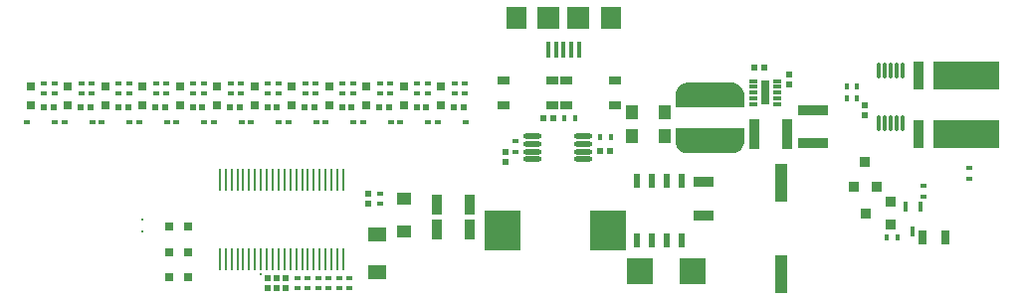
<source format=gtp>
G04 Layer_Color=8421504*
%FSAX25Y25*%
%MOIN*%
G70*
G01*
G75*
%ADD10C,0.01000*%
%ADD11R,0.02165X0.01772*%
%ADD12R,0.01772X0.02165*%
%ADD13R,0.02047X0.01969*%
%ADD14R,0.02756X0.03150*%
%ADD15R,0.01969X0.02047*%
%ADD16R,0.01772X0.03347*%
%ADD17R,0.03200X0.03600*%
%ADD18R,0.03740X0.06693*%
%ADD19R,0.03937X0.02559*%
%ADD20R,0.01969X0.01772*%
%ADD21R,0.03150X0.02756*%
%ADD22R,0.04331X0.04803*%
%ADD23R,0.03600X0.03200*%
%ADD24R,0.10236X0.03740*%
%ADD25R,0.09843X0.03740*%
%ADD26R,0.02205X0.04701*%
%ADD27R,0.06693X0.03543*%
%ADD28R,0.02756X0.05118*%
%ADD29R,0.03504X0.09606*%
%ADD30R,0.22047X0.09606*%
%ADD31R,0.06496X0.04724*%
%ADD32R,0.04803X0.04331*%
%ADD33O,0.00984X0.07480*%
%ADD34R,0.03150X0.08189*%
%ADD35R,0.02756X0.01181*%
%ADD36R,0.09055X0.09055*%
%ADD37R,0.12300X0.13780*%
%ADD38O,0.06299X0.01772*%
%ADD39R,0.03740X0.10236*%
%ADD40R,0.03740X0.09843*%
%ADD41R,0.01400X0.05600*%
%ADD42R,0.07100X0.07500*%
%ADD43R,0.07500X0.07500*%
G04:AMPARAMS|DCode=44|XSize=82.68mil|YSize=228.35mil|CornerRadius=41.34mil|HoleSize=0mil|Usage=FLASHONLY|Rotation=270.000|XOffset=0mil|YOffset=0mil|HoleType=Round|Shape=RoundedRectangle|*
%AMROUNDEDRECTD44*
21,1,0.08268,0.14567,0,0,270.0*
21,1,0.00000,0.22835,0,0,270.0*
1,1,0.08268,-0.07284,0.00000*
1,1,0.08268,-0.07284,0.00000*
1,1,0.08268,0.07284,0.00000*
1,1,0.08268,0.07284,0.00000*
%
%ADD44ROUNDEDRECTD44*%
%ADD45O,0.01181X0.05512*%
%ADD46R,0.03937X0.12598*%
G36*
X0777917Y0590626D02*
X0777917Y0590625D01*
X0777917Y0590238D01*
X0777766Y0589477D01*
X0777469Y0588761D01*
X0777038Y0588116D01*
X0776490Y0587568D01*
X0775845Y0587137D01*
X0775128Y0586840D01*
X0774368Y0586689D01*
X0773980D01*
X0759020Y0586689D01*
X0759020Y0586689D01*
X0758632Y0586689D01*
X0757871Y0586840D01*
X0757155Y0587137D01*
X0756510Y0587568D01*
X0755962Y0588116D01*
X0755531Y0588761D01*
X0755234Y0589478D01*
X0755083Y0590238D01*
X0755083Y0590626D01*
X0755082Y0594957D01*
X0777917D01*
X0777917Y0590626D01*
D02*
G37*
G36*
X0773981Y0610311D02*
X0774368Y0610311D01*
X0775129Y0610160D01*
X0775845Y0609863D01*
X0776490Y0609432D01*
X0777038Y0608884D01*
X0777469Y0608239D01*
X0777766Y0607522D01*
X0777917Y0606762D01*
Y0606374D01*
X0777917Y0606374D01*
X0777917Y0602043D01*
X0755083D01*
X0755083Y0606374D01*
X0755083Y0606762D01*
X0755234Y0607522D01*
X0755531Y0608239D01*
X0755962Y0608883D01*
X0756510Y0609432D01*
X0757155Y0609863D01*
X0757871Y0610160D01*
X0758632Y0610311D01*
X0759020Y0610311D01*
X0759020Y0610311D01*
X0773981Y0610311D01*
D02*
G37*
D10*
X0616110Y0549968D02*
D03*
Y0546032D02*
D03*
X0576500Y0564468D02*
D03*
Y0560532D02*
D03*
D11*
X0838000Y0572228D02*
D03*
Y0575772D02*
D03*
X0853500Y0581772D02*
D03*
Y0578228D02*
D03*
X0701500Y0587228D02*
D03*
Y0590772D02*
D03*
X0631886Y0544944D02*
D03*
Y0541401D02*
D03*
X0628386Y0544944D02*
D03*
Y0541401D02*
D03*
X0635389Y0544944D02*
D03*
Y0541401D02*
D03*
X0656000Y0573272D02*
D03*
Y0569728D02*
D03*
X0645860Y0541401D02*
D03*
Y0544944D02*
D03*
X0642386Y0541401D02*
D03*
Y0544944D02*
D03*
X0638886Y0541401D02*
D03*
Y0544944D02*
D03*
X0684500Y0610272D02*
D03*
Y0606728D02*
D03*
X0672000Y0610272D02*
D03*
Y0606728D02*
D03*
X0659500Y0610272D02*
D03*
Y0606728D02*
D03*
X0647000Y0610272D02*
D03*
Y0606728D02*
D03*
X0634500Y0610272D02*
D03*
Y0606728D02*
D03*
X0622000Y0610272D02*
D03*
Y0606728D02*
D03*
X0609500Y0610272D02*
D03*
Y0606728D02*
D03*
X0597000Y0610272D02*
D03*
Y0606728D02*
D03*
X0584500Y0610272D02*
D03*
Y0606728D02*
D03*
X0572000Y0610272D02*
D03*
Y0606728D02*
D03*
X0559500Y0610272D02*
D03*
Y0606728D02*
D03*
X0547000Y0610272D02*
D03*
Y0606728D02*
D03*
X0543500Y0610272D02*
D03*
Y0606728D02*
D03*
X0556000Y0610272D02*
D03*
Y0606728D02*
D03*
X0568500Y0610272D02*
D03*
Y0606728D02*
D03*
X0581000Y0610272D02*
D03*
Y0606728D02*
D03*
X0593500Y0610272D02*
D03*
Y0606728D02*
D03*
X0606000Y0610272D02*
D03*
Y0606728D02*
D03*
X0618500Y0610272D02*
D03*
Y0606728D02*
D03*
X0631000Y0610272D02*
D03*
Y0606728D02*
D03*
X0643500Y0610272D02*
D03*
Y0606728D02*
D03*
X0656000Y0610272D02*
D03*
Y0606728D02*
D03*
X0668500Y0610272D02*
D03*
Y0606728D02*
D03*
X0681000Y0610272D02*
D03*
Y0606728D02*
D03*
D12*
X0825728Y0558500D02*
D03*
X0829272D02*
D03*
X0815772Y0605000D02*
D03*
X0812228D02*
D03*
X0815772Y0609000D02*
D03*
X0812228D02*
D03*
X0729728Y0592000D02*
D03*
X0733272D02*
D03*
X0717728Y0598500D02*
D03*
X0721272D02*
D03*
D13*
X0698000Y0583886D02*
D03*
Y0587114D02*
D03*
X0818500Y0599386D02*
D03*
Y0602614D02*
D03*
X0621500Y0544614D02*
D03*
Y0541386D02*
D03*
X0624500Y0544614D02*
D03*
Y0541386D02*
D03*
X0652000Y0573114D02*
D03*
Y0569886D02*
D03*
X0618500Y0544614D02*
D03*
Y0541386D02*
D03*
X0793000Y0613114D02*
D03*
Y0609886D02*
D03*
D14*
X0585350Y0562000D02*
D03*
X0591650D02*
D03*
X0585350Y0553500D02*
D03*
X0591650D02*
D03*
X0585350Y0545000D02*
D03*
X0591650D02*
D03*
D15*
X0729886Y0587500D02*
D03*
X0733114D02*
D03*
X0714114Y0598500D02*
D03*
X0710886D02*
D03*
X0784614Y0615500D02*
D03*
X0781386D02*
D03*
X0684039Y0602000D02*
D03*
X0680811D02*
D03*
X0671539D02*
D03*
X0668311D02*
D03*
X0659039D02*
D03*
X0655811D02*
D03*
X0646539D02*
D03*
X0643311D02*
D03*
X0634039D02*
D03*
X0630811D02*
D03*
X0621539D02*
D03*
X0618311D02*
D03*
X0609039D02*
D03*
X0605811D02*
D03*
X0596539D02*
D03*
X0593311D02*
D03*
X0584039D02*
D03*
X0580811D02*
D03*
X0571614D02*
D03*
X0568386D02*
D03*
X0559114D02*
D03*
X0555886D02*
D03*
X0546614D02*
D03*
X0543386D02*
D03*
D16*
X0837059Y0568653D02*
D03*
X0831941D02*
D03*
X0834500Y0560347D02*
D03*
D17*
X0814760Y0575563D02*
D03*
X0822300D02*
D03*
X0818500Y0583900D02*
D03*
D18*
X0674988Y0569500D02*
D03*
X0686012D02*
D03*
X0674988Y0561000D02*
D03*
X0686012D02*
D03*
D19*
X0718429Y0611134D02*
D03*
Y0602866D02*
D03*
X0734571Y0611134D02*
D03*
Y0602866D02*
D03*
X0713571D02*
D03*
Y0611134D02*
D03*
X0697429Y0602866D02*
D03*
Y0611134D02*
D03*
D20*
X0672126Y0597000D02*
D03*
X0662874D02*
D03*
X0659626D02*
D03*
X0650374D02*
D03*
X0647126D02*
D03*
X0637874D02*
D03*
X0634626D02*
D03*
X0625374D02*
D03*
X0622126D02*
D03*
X0612874D02*
D03*
X0609626D02*
D03*
X0600374D02*
D03*
X0597126D02*
D03*
X0587874D02*
D03*
X0584626D02*
D03*
X0575374D02*
D03*
X0572126D02*
D03*
X0562874D02*
D03*
X0559626D02*
D03*
X0550374D02*
D03*
X0547126D02*
D03*
X0537874D02*
D03*
X0684626D02*
D03*
X0675374D02*
D03*
D21*
X0539000Y0602850D02*
D03*
Y0609150D02*
D03*
X0551500Y0602850D02*
D03*
Y0609150D02*
D03*
X0564000Y0602850D02*
D03*
Y0609150D02*
D03*
X0576500Y0602850D02*
D03*
Y0609150D02*
D03*
X0589000Y0602850D02*
D03*
Y0609150D02*
D03*
X0601500Y0602850D02*
D03*
Y0609150D02*
D03*
X0614000Y0602850D02*
D03*
Y0609150D02*
D03*
X0626500Y0602850D02*
D03*
Y0609150D02*
D03*
X0639000Y0602850D02*
D03*
Y0609150D02*
D03*
X0651500Y0602850D02*
D03*
Y0609150D02*
D03*
X0664000Y0602850D02*
D03*
Y0609150D02*
D03*
X0676500Y0602850D02*
D03*
Y0609150D02*
D03*
D22*
X0740488Y0592500D02*
D03*
X0751512D02*
D03*
Y0600500D02*
D03*
X0740488D02*
D03*
D23*
X0826937Y0562760D02*
D03*
Y0570300D02*
D03*
X0818600Y0566500D02*
D03*
D24*
X0801000Y0589988D02*
D03*
D25*
Y0601012D02*
D03*
D26*
X0757000Y0577451D02*
D03*
X0752000D02*
D03*
X0747000D02*
D03*
X0742000D02*
D03*
X0757000Y0557549D02*
D03*
X0752000D02*
D03*
X0747000D02*
D03*
X0742000D02*
D03*
D27*
X0764500Y0577209D02*
D03*
Y0565791D02*
D03*
D28*
X0837760Y0558500D02*
D03*
X0845240D02*
D03*
D29*
X0836224Y0612764D02*
D03*
Y0593236D02*
D03*
D30*
X0852504D02*
D03*
Y0612764D02*
D03*
D31*
X0655000Y0559299D02*
D03*
Y0546701D02*
D03*
D32*
X0664000Y0571512D02*
D03*
Y0560488D02*
D03*
D33*
X0602331Y0551213D02*
D03*
X0604299D02*
D03*
X0606268D02*
D03*
X0608236D02*
D03*
X0610205D02*
D03*
X0612173D02*
D03*
X0614142D02*
D03*
X0616110D02*
D03*
X0618079D02*
D03*
X0620047D02*
D03*
X0622016D02*
D03*
X0623984D02*
D03*
X0625953D02*
D03*
X0627921D02*
D03*
X0629890D02*
D03*
X0631858D02*
D03*
X0633827D02*
D03*
X0635795D02*
D03*
X0637764D02*
D03*
X0639732D02*
D03*
X0641701D02*
D03*
X0643669D02*
D03*
X0602331Y0577787D02*
D03*
X0604299D02*
D03*
X0606268D02*
D03*
X0608236D02*
D03*
X0610205D02*
D03*
X0612173D02*
D03*
X0614142D02*
D03*
X0616110D02*
D03*
X0618079D02*
D03*
X0620047D02*
D03*
X0622016D02*
D03*
X0623984D02*
D03*
X0625953D02*
D03*
X0627921D02*
D03*
X0629890D02*
D03*
X0631858D02*
D03*
X0633827D02*
D03*
X0635795D02*
D03*
X0637764D02*
D03*
X0639732D02*
D03*
X0641701D02*
D03*
X0643669D02*
D03*
D34*
X0785000Y0607000D02*
D03*
D35*
X0788898Y0603063D02*
D03*
X0781102D02*
D03*
Y0605031D02*
D03*
Y0607000D02*
D03*
Y0608968D02*
D03*
Y0610937D02*
D03*
X0788898D02*
D03*
Y0608968D02*
D03*
Y0607000D02*
D03*
Y0605031D02*
D03*
D36*
X0760858Y0547000D02*
D03*
X0743142D02*
D03*
D37*
X0732355Y0560827D02*
D03*
X0697155D02*
D03*
D38*
X0707035Y0592339D02*
D03*
Y0589780D02*
D03*
Y0587220D02*
D03*
Y0584661D02*
D03*
X0723965Y0592339D02*
D03*
Y0589780D02*
D03*
Y0587220D02*
D03*
Y0584661D02*
D03*
D39*
X0792512Y0593000D02*
D03*
D40*
X0781488D02*
D03*
D41*
X0722618Y0621500D02*
D03*
X0712300D02*
D03*
X0720059D02*
D03*
X0717500D02*
D03*
X0714900D02*
D03*
D42*
X0733248Y0632000D02*
D03*
X0701700D02*
D03*
D43*
X0722500D02*
D03*
X0712500D02*
D03*
D44*
X0766500Y0606177D02*
D03*
Y0590823D02*
D03*
D45*
X0830937Y0614358D02*
D03*
X0828969D02*
D03*
X0827000D02*
D03*
X0825031D02*
D03*
X0823063D02*
D03*
X0830937Y0596642D02*
D03*
X0828969D02*
D03*
X0827000D02*
D03*
X0825031D02*
D03*
X0823063D02*
D03*
D46*
X0790500Y0546146D02*
D03*
Y0576854D02*
D03*
M02*

</source>
